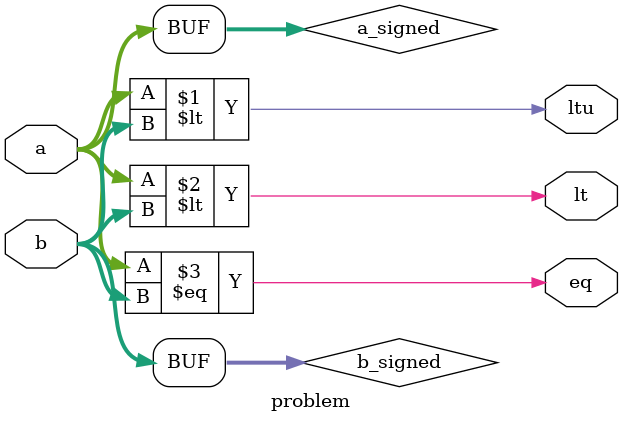
<source format=v>
module problem(
    input [5:0] a,
    input [5:0] b,
    // This output is 1 if a < b using a signed comparison; otherwise, it is 0.
    output lt,
    // This output is 1 if a < b using an unsigned comparison; otherwise, it is 0.
    output ltu,
    // This output is 1 if a == b; otherwise, it is 0.
    output eq
);

    // SOLUTION_BEGIN
    assign ltu = a < b;
    wire signed [5:0] a_signed, b_signed;
    assign a_signed = a;
    assign b_signed = b;
    assign lt = a_signed < b_signed;
    assign eq = a == b;
    // SOLUTION_END

endmodule

// .. lp_build:: M1npPRLYLg
//   :builder: verilog

</source>
